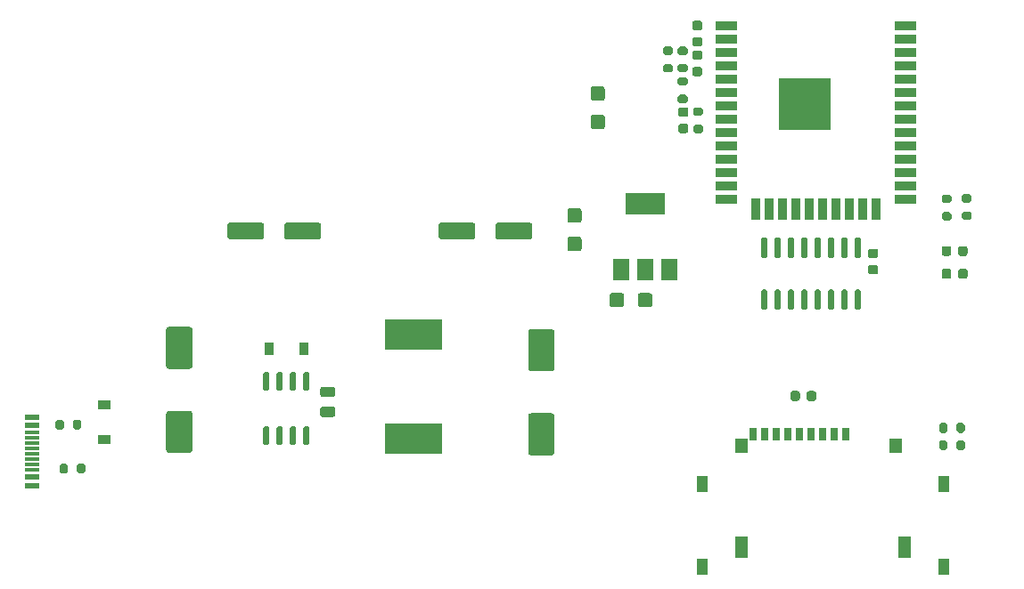
<source format=gtp>
G04 #@! TF.GenerationSoftware,KiCad,Pcbnew,(5.1.10)-1*
G04 #@! TF.CreationDate,2022-06-03T14:06:02+01:00*
G04 #@! TF.ProjectId,ESP32_Plotter_Controller_revB1,45535033-325f-4506-9c6f-747465725f43,rev?*
G04 #@! TF.SameCoordinates,Original*
G04 #@! TF.FileFunction,Paste,Top*
G04 #@! TF.FilePolarity,Positive*
%FSLAX46Y46*%
G04 Gerber Fmt 4.6, Leading zero omitted, Abs format (unit mm)*
G04 Created by KiCad (PCBNEW (5.1.10)-1) date 2022-06-03 14:06:02*
%MOMM*%
%LPD*%
G01*
G04 APERTURE LIST*
%ADD10R,2.000000X0.900000*%
%ADD11R,0.900000X2.000000*%
%ADD12R,5.000000X5.000000*%
%ADD13R,1.200000X0.900000*%
%ADD14R,0.900000X1.200000*%
%ADD15R,1.450000X0.600000*%
%ADD16R,1.450000X0.300000*%
%ADD17R,5.400000X2.900000*%
%ADD18R,1.500000X2.000000*%
%ADD19R,3.800000X2.000000*%
%ADD20R,1.000000X1.500000*%
%ADD21R,1.200000X2.000000*%
%ADD22R,1.200000X1.400000*%
%ADD23R,0.700000X1.300000*%
G04 APERTURE END LIST*
D10*
X116450000Y-70485000D03*
X116450000Y-71755000D03*
X116450000Y-73025000D03*
X116450000Y-74295000D03*
X116450000Y-75565000D03*
X116450000Y-76835000D03*
X116450000Y-78105000D03*
X116450000Y-79375000D03*
X116450000Y-80645000D03*
X116450000Y-81915000D03*
X116450000Y-83185000D03*
X116450000Y-84455000D03*
X116450000Y-85725000D03*
X116450000Y-86995000D03*
D11*
X113665000Y-87995000D03*
X112395000Y-87995000D03*
X111125000Y-87995000D03*
X109855000Y-87995000D03*
X108585000Y-87995000D03*
X107315000Y-87995000D03*
X106045000Y-87995000D03*
X104775000Y-87995000D03*
X103505000Y-87995000D03*
X102235000Y-87995000D03*
D10*
X99450000Y-86995000D03*
X99450000Y-85725000D03*
X99450000Y-84455000D03*
X99450000Y-83185000D03*
X99450000Y-81915000D03*
X99450000Y-80645000D03*
X99450000Y-79375000D03*
X99450000Y-78105000D03*
X99450000Y-76835000D03*
X99450000Y-75565000D03*
X99450000Y-74295000D03*
X99450000Y-73025000D03*
X99450000Y-71755000D03*
X99450000Y-70485000D03*
D12*
X106950000Y-77985000D03*
G36*
G01*
X59413000Y-108634000D02*
X59713000Y-108634000D01*
G75*
G02*
X59863000Y-108784000I0J-150000D01*
G01*
X59863000Y-110234000D01*
G75*
G02*
X59713000Y-110384000I-150000J0D01*
G01*
X59413000Y-110384000D01*
G75*
G02*
X59263000Y-110234000I0J150000D01*
G01*
X59263000Y-108784000D01*
G75*
G02*
X59413000Y-108634000I150000J0D01*
G01*
G37*
G36*
G01*
X58143000Y-108634000D02*
X58443000Y-108634000D01*
G75*
G02*
X58593000Y-108784000I0J-150000D01*
G01*
X58593000Y-110234000D01*
G75*
G02*
X58443000Y-110384000I-150000J0D01*
G01*
X58143000Y-110384000D01*
G75*
G02*
X57993000Y-110234000I0J150000D01*
G01*
X57993000Y-108784000D01*
G75*
G02*
X58143000Y-108634000I150000J0D01*
G01*
G37*
G36*
G01*
X56873000Y-108634000D02*
X57173000Y-108634000D01*
G75*
G02*
X57323000Y-108784000I0J-150000D01*
G01*
X57323000Y-110234000D01*
G75*
G02*
X57173000Y-110384000I-150000J0D01*
G01*
X56873000Y-110384000D01*
G75*
G02*
X56723000Y-110234000I0J150000D01*
G01*
X56723000Y-108784000D01*
G75*
G02*
X56873000Y-108634000I150000J0D01*
G01*
G37*
G36*
G01*
X55603000Y-108634000D02*
X55903000Y-108634000D01*
G75*
G02*
X56053000Y-108784000I0J-150000D01*
G01*
X56053000Y-110234000D01*
G75*
G02*
X55903000Y-110384000I-150000J0D01*
G01*
X55603000Y-110384000D01*
G75*
G02*
X55453000Y-110234000I0J150000D01*
G01*
X55453000Y-108784000D01*
G75*
G02*
X55603000Y-108634000I150000J0D01*
G01*
G37*
G36*
G01*
X55603000Y-103484000D02*
X55903000Y-103484000D01*
G75*
G02*
X56053000Y-103634000I0J-150000D01*
G01*
X56053000Y-105084000D01*
G75*
G02*
X55903000Y-105234000I-150000J0D01*
G01*
X55603000Y-105234000D01*
G75*
G02*
X55453000Y-105084000I0J150000D01*
G01*
X55453000Y-103634000D01*
G75*
G02*
X55603000Y-103484000I150000J0D01*
G01*
G37*
G36*
G01*
X56873000Y-103484000D02*
X57173000Y-103484000D01*
G75*
G02*
X57323000Y-103634000I0J-150000D01*
G01*
X57323000Y-105084000D01*
G75*
G02*
X57173000Y-105234000I-150000J0D01*
G01*
X56873000Y-105234000D01*
G75*
G02*
X56723000Y-105084000I0J150000D01*
G01*
X56723000Y-103634000D01*
G75*
G02*
X56873000Y-103484000I150000J0D01*
G01*
G37*
G36*
G01*
X58143000Y-103484000D02*
X58443000Y-103484000D01*
G75*
G02*
X58593000Y-103634000I0J-150000D01*
G01*
X58593000Y-105084000D01*
G75*
G02*
X58443000Y-105234000I-150000J0D01*
G01*
X58143000Y-105234000D01*
G75*
G02*
X57993000Y-105084000I0J150000D01*
G01*
X57993000Y-103634000D01*
G75*
G02*
X58143000Y-103484000I150000J0D01*
G01*
G37*
G36*
G01*
X59413000Y-103484000D02*
X59713000Y-103484000D01*
G75*
G02*
X59863000Y-103634000I0J-150000D01*
G01*
X59863000Y-105084000D01*
G75*
G02*
X59713000Y-105234000I-150000J0D01*
G01*
X59413000Y-105234000D01*
G75*
G02*
X59263000Y-105084000I0J150000D01*
G01*
X59263000Y-103634000D01*
G75*
G02*
X59413000Y-103484000I150000J0D01*
G01*
G37*
D13*
X40386000Y-106554000D03*
X40386000Y-109854000D03*
D14*
X56008000Y-101219000D03*
X59308000Y-101219000D03*
G36*
G01*
X85464201Y-89266000D02*
X84614199Y-89266000D01*
G75*
G02*
X84364200Y-89016001I0J249999D01*
G01*
X84364200Y-88115999D01*
G75*
G02*
X84614199Y-87866000I249999J0D01*
G01*
X85464201Y-87866000D01*
G75*
G02*
X85714200Y-88115999I0J-249999D01*
G01*
X85714200Y-89016001D01*
G75*
G02*
X85464201Y-89266000I-249999J0D01*
G01*
G37*
G36*
G01*
X85464201Y-91966000D02*
X84614199Y-91966000D01*
G75*
G02*
X84364200Y-91716001I0J249999D01*
G01*
X84364200Y-90815999D01*
G75*
G02*
X84614199Y-90566000I249999J0D01*
G01*
X85464201Y-90566000D01*
G75*
G02*
X85714200Y-90815999I0J-249999D01*
G01*
X85714200Y-91716001D01*
G75*
G02*
X85464201Y-91966000I-249999J0D01*
G01*
G37*
G36*
G01*
X89757500Y-96196599D02*
X89757500Y-97046601D01*
G75*
G02*
X89507501Y-97296600I-249999J0D01*
G01*
X88607499Y-97296600D01*
G75*
G02*
X88357500Y-97046601I0J249999D01*
G01*
X88357500Y-96196599D01*
G75*
G02*
X88607499Y-95946600I249999J0D01*
G01*
X89507501Y-95946600D01*
G75*
G02*
X89757500Y-96196599I0J-249999D01*
G01*
G37*
G36*
G01*
X92457500Y-96196599D02*
X92457500Y-97046601D01*
G75*
G02*
X92207501Y-97296600I-249999J0D01*
G01*
X91307499Y-97296600D01*
G75*
G02*
X91057500Y-97046601I0J249999D01*
G01*
X91057500Y-96196599D01*
G75*
G02*
X91307499Y-95946600I249999J0D01*
G01*
X92207501Y-95946600D01*
G75*
G02*
X92457500Y-96196599I0J-249999D01*
G01*
G37*
G36*
G01*
X111801000Y-95607000D02*
X112101000Y-95607000D01*
G75*
G02*
X112251000Y-95757000I0J-150000D01*
G01*
X112251000Y-97407000D01*
G75*
G02*
X112101000Y-97557000I-150000J0D01*
G01*
X111801000Y-97557000D01*
G75*
G02*
X111651000Y-97407000I0J150000D01*
G01*
X111651000Y-95757000D01*
G75*
G02*
X111801000Y-95607000I150000J0D01*
G01*
G37*
G36*
G01*
X110531000Y-95607000D02*
X110831000Y-95607000D01*
G75*
G02*
X110981000Y-95757000I0J-150000D01*
G01*
X110981000Y-97407000D01*
G75*
G02*
X110831000Y-97557000I-150000J0D01*
G01*
X110531000Y-97557000D01*
G75*
G02*
X110381000Y-97407000I0J150000D01*
G01*
X110381000Y-95757000D01*
G75*
G02*
X110531000Y-95607000I150000J0D01*
G01*
G37*
G36*
G01*
X109261000Y-95607000D02*
X109561000Y-95607000D01*
G75*
G02*
X109711000Y-95757000I0J-150000D01*
G01*
X109711000Y-97407000D01*
G75*
G02*
X109561000Y-97557000I-150000J0D01*
G01*
X109261000Y-97557000D01*
G75*
G02*
X109111000Y-97407000I0J150000D01*
G01*
X109111000Y-95757000D01*
G75*
G02*
X109261000Y-95607000I150000J0D01*
G01*
G37*
G36*
G01*
X107991000Y-95607000D02*
X108291000Y-95607000D01*
G75*
G02*
X108441000Y-95757000I0J-150000D01*
G01*
X108441000Y-97407000D01*
G75*
G02*
X108291000Y-97557000I-150000J0D01*
G01*
X107991000Y-97557000D01*
G75*
G02*
X107841000Y-97407000I0J150000D01*
G01*
X107841000Y-95757000D01*
G75*
G02*
X107991000Y-95607000I150000J0D01*
G01*
G37*
G36*
G01*
X106721000Y-95607000D02*
X107021000Y-95607000D01*
G75*
G02*
X107171000Y-95757000I0J-150000D01*
G01*
X107171000Y-97407000D01*
G75*
G02*
X107021000Y-97557000I-150000J0D01*
G01*
X106721000Y-97557000D01*
G75*
G02*
X106571000Y-97407000I0J150000D01*
G01*
X106571000Y-95757000D01*
G75*
G02*
X106721000Y-95607000I150000J0D01*
G01*
G37*
G36*
G01*
X105451000Y-95607000D02*
X105751000Y-95607000D01*
G75*
G02*
X105901000Y-95757000I0J-150000D01*
G01*
X105901000Y-97407000D01*
G75*
G02*
X105751000Y-97557000I-150000J0D01*
G01*
X105451000Y-97557000D01*
G75*
G02*
X105301000Y-97407000I0J150000D01*
G01*
X105301000Y-95757000D01*
G75*
G02*
X105451000Y-95607000I150000J0D01*
G01*
G37*
G36*
G01*
X104181000Y-95607000D02*
X104481000Y-95607000D01*
G75*
G02*
X104631000Y-95757000I0J-150000D01*
G01*
X104631000Y-97407000D01*
G75*
G02*
X104481000Y-97557000I-150000J0D01*
G01*
X104181000Y-97557000D01*
G75*
G02*
X104031000Y-97407000I0J150000D01*
G01*
X104031000Y-95757000D01*
G75*
G02*
X104181000Y-95607000I150000J0D01*
G01*
G37*
G36*
G01*
X102911000Y-95607000D02*
X103211000Y-95607000D01*
G75*
G02*
X103361000Y-95757000I0J-150000D01*
G01*
X103361000Y-97407000D01*
G75*
G02*
X103211000Y-97557000I-150000J0D01*
G01*
X102911000Y-97557000D01*
G75*
G02*
X102761000Y-97407000I0J150000D01*
G01*
X102761000Y-95757000D01*
G75*
G02*
X102911000Y-95607000I150000J0D01*
G01*
G37*
G36*
G01*
X102911000Y-90657000D02*
X103211000Y-90657000D01*
G75*
G02*
X103361000Y-90807000I0J-150000D01*
G01*
X103361000Y-92457000D01*
G75*
G02*
X103211000Y-92607000I-150000J0D01*
G01*
X102911000Y-92607000D01*
G75*
G02*
X102761000Y-92457000I0J150000D01*
G01*
X102761000Y-90807000D01*
G75*
G02*
X102911000Y-90657000I150000J0D01*
G01*
G37*
G36*
G01*
X104181000Y-90657000D02*
X104481000Y-90657000D01*
G75*
G02*
X104631000Y-90807000I0J-150000D01*
G01*
X104631000Y-92457000D01*
G75*
G02*
X104481000Y-92607000I-150000J0D01*
G01*
X104181000Y-92607000D01*
G75*
G02*
X104031000Y-92457000I0J150000D01*
G01*
X104031000Y-90807000D01*
G75*
G02*
X104181000Y-90657000I150000J0D01*
G01*
G37*
G36*
G01*
X105451000Y-90657000D02*
X105751000Y-90657000D01*
G75*
G02*
X105901000Y-90807000I0J-150000D01*
G01*
X105901000Y-92457000D01*
G75*
G02*
X105751000Y-92607000I-150000J0D01*
G01*
X105451000Y-92607000D01*
G75*
G02*
X105301000Y-92457000I0J150000D01*
G01*
X105301000Y-90807000D01*
G75*
G02*
X105451000Y-90657000I150000J0D01*
G01*
G37*
G36*
G01*
X106721000Y-90657000D02*
X107021000Y-90657000D01*
G75*
G02*
X107171000Y-90807000I0J-150000D01*
G01*
X107171000Y-92457000D01*
G75*
G02*
X107021000Y-92607000I-150000J0D01*
G01*
X106721000Y-92607000D01*
G75*
G02*
X106571000Y-92457000I0J150000D01*
G01*
X106571000Y-90807000D01*
G75*
G02*
X106721000Y-90657000I150000J0D01*
G01*
G37*
G36*
G01*
X107991000Y-90657000D02*
X108291000Y-90657000D01*
G75*
G02*
X108441000Y-90807000I0J-150000D01*
G01*
X108441000Y-92457000D01*
G75*
G02*
X108291000Y-92607000I-150000J0D01*
G01*
X107991000Y-92607000D01*
G75*
G02*
X107841000Y-92457000I0J150000D01*
G01*
X107841000Y-90807000D01*
G75*
G02*
X107991000Y-90657000I150000J0D01*
G01*
G37*
G36*
G01*
X109261000Y-90657000D02*
X109561000Y-90657000D01*
G75*
G02*
X109711000Y-90807000I0J-150000D01*
G01*
X109711000Y-92457000D01*
G75*
G02*
X109561000Y-92607000I-150000J0D01*
G01*
X109261000Y-92607000D01*
G75*
G02*
X109111000Y-92457000I0J150000D01*
G01*
X109111000Y-90807000D01*
G75*
G02*
X109261000Y-90657000I150000J0D01*
G01*
G37*
G36*
G01*
X110531000Y-90657000D02*
X110831000Y-90657000D01*
G75*
G02*
X110981000Y-90807000I0J-150000D01*
G01*
X110981000Y-92457000D01*
G75*
G02*
X110831000Y-92607000I-150000J0D01*
G01*
X110531000Y-92607000D01*
G75*
G02*
X110381000Y-92457000I0J150000D01*
G01*
X110381000Y-90807000D01*
G75*
G02*
X110531000Y-90657000I150000J0D01*
G01*
G37*
G36*
G01*
X111801000Y-90657000D02*
X112101000Y-90657000D01*
G75*
G02*
X112251000Y-90807000I0J-150000D01*
G01*
X112251000Y-92457000D01*
G75*
G02*
X112101000Y-92607000I-150000J0D01*
G01*
X111801000Y-92607000D01*
G75*
G02*
X111651000Y-92457000I0J150000D01*
G01*
X111651000Y-90807000D01*
G75*
G02*
X111801000Y-90657000I150000J0D01*
G01*
G37*
G36*
G01*
X93641500Y-72498000D02*
X94191500Y-72498000D01*
G75*
G02*
X94391500Y-72698000I0J-200000D01*
G01*
X94391500Y-73098000D01*
G75*
G02*
X94191500Y-73298000I-200000J0D01*
G01*
X93641500Y-73298000D01*
G75*
G02*
X93441500Y-73098000I0J200000D01*
G01*
X93441500Y-72698000D01*
G75*
G02*
X93641500Y-72498000I200000J0D01*
G01*
G37*
G36*
G01*
X93641500Y-74148000D02*
X94191500Y-74148000D01*
G75*
G02*
X94391500Y-74348000I0J-200000D01*
G01*
X94391500Y-74748000D01*
G75*
G02*
X94191500Y-74948000I-200000J0D01*
G01*
X93641500Y-74948000D01*
G75*
G02*
X93441500Y-74748000I0J200000D01*
G01*
X93441500Y-74348000D01*
G75*
G02*
X93641500Y-74148000I200000J0D01*
G01*
G37*
D15*
X33509000Y-114248000D03*
X33509000Y-113448000D03*
X33509000Y-108548000D03*
X33509000Y-107748000D03*
X33509000Y-107748000D03*
X33509000Y-108548000D03*
X33509000Y-113448000D03*
X33509000Y-114248000D03*
D16*
X33509000Y-109248000D03*
X33509000Y-109748000D03*
X33509000Y-110248000D03*
X33509000Y-111248000D03*
X33509000Y-111748000D03*
X33509000Y-112248000D03*
X33509000Y-112748000D03*
X33509000Y-110748000D03*
G36*
G01*
X46498000Y-107156000D02*
X48498000Y-107156000D01*
G75*
G02*
X48748000Y-107406000I0J-250000D01*
G01*
X48748000Y-110906000D01*
G75*
G02*
X48498000Y-111156000I-250000J0D01*
G01*
X46498000Y-111156000D01*
G75*
G02*
X46248000Y-110906000I0J250000D01*
G01*
X46248000Y-107406000D01*
G75*
G02*
X46498000Y-107156000I250000J0D01*
G01*
G37*
G36*
G01*
X46498000Y-99156000D02*
X48498000Y-99156000D01*
G75*
G02*
X48748000Y-99406000I0J-250000D01*
G01*
X48748000Y-102906000D01*
G75*
G02*
X48498000Y-103156000I-250000J0D01*
G01*
X46498000Y-103156000D01*
G75*
G02*
X46248000Y-102906000I0J250000D01*
G01*
X46248000Y-99406000D01*
G75*
G02*
X46498000Y-99156000I250000J0D01*
G01*
G37*
G36*
G01*
X61120000Y-106749000D02*
X62070000Y-106749000D01*
G75*
G02*
X62320000Y-106999000I0J-250000D01*
G01*
X62320000Y-107499000D01*
G75*
G02*
X62070000Y-107749000I-250000J0D01*
G01*
X61120000Y-107749000D01*
G75*
G02*
X60870000Y-107499000I0J250000D01*
G01*
X60870000Y-106999000D01*
G75*
G02*
X61120000Y-106749000I250000J0D01*
G01*
G37*
G36*
G01*
X61120000Y-104849000D02*
X62070000Y-104849000D01*
G75*
G02*
X62320000Y-105099000I0J-250000D01*
G01*
X62320000Y-105599000D01*
G75*
G02*
X62070000Y-105849000I-250000J0D01*
G01*
X61120000Y-105849000D01*
G75*
G02*
X60870000Y-105599000I0J250000D01*
G01*
X60870000Y-105099000D01*
G75*
G02*
X61120000Y-104849000I250000J0D01*
G01*
G37*
G36*
G01*
X77531000Y-90593000D02*
X77531000Y-89493000D01*
G75*
G02*
X77781000Y-89243000I250000J0D01*
G01*
X80781000Y-89243000D01*
G75*
G02*
X81031000Y-89493000I0J-250000D01*
G01*
X81031000Y-90593000D01*
G75*
G02*
X80781000Y-90843000I-250000J0D01*
G01*
X77781000Y-90843000D01*
G75*
G02*
X77531000Y-90593000I0J250000D01*
G01*
G37*
G36*
G01*
X72131000Y-90593000D02*
X72131000Y-89493000D01*
G75*
G02*
X72381000Y-89243000I250000J0D01*
G01*
X75381000Y-89243000D01*
G75*
G02*
X75631000Y-89493000I0J-250000D01*
G01*
X75631000Y-90593000D01*
G75*
G02*
X75381000Y-90843000I-250000J0D01*
G01*
X72381000Y-90843000D01*
G75*
G02*
X72131000Y-90593000I0J250000D01*
G01*
G37*
G36*
G01*
X57465000Y-90593000D02*
X57465000Y-89493000D01*
G75*
G02*
X57715000Y-89243000I250000J0D01*
G01*
X60715000Y-89243000D01*
G75*
G02*
X60965000Y-89493000I0J-250000D01*
G01*
X60965000Y-90593000D01*
G75*
G02*
X60715000Y-90843000I-250000J0D01*
G01*
X57715000Y-90843000D01*
G75*
G02*
X57465000Y-90593000I0J250000D01*
G01*
G37*
G36*
G01*
X52065000Y-90593000D02*
X52065000Y-89493000D01*
G75*
G02*
X52315000Y-89243000I250000J0D01*
G01*
X55315000Y-89243000D01*
G75*
G02*
X55565000Y-89493000I0J-250000D01*
G01*
X55565000Y-90593000D01*
G75*
G02*
X55315000Y-90843000I-250000J0D01*
G01*
X52315000Y-90843000D01*
G75*
G02*
X52065000Y-90593000I0J250000D01*
G01*
G37*
D17*
X69710300Y-109813900D03*
X69710300Y-99913900D03*
G36*
G01*
X95588500Y-73298000D02*
X95038500Y-73298000D01*
G75*
G02*
X94838500Y-73098000I0J200000D01*
G01*
X94838500Y-72698000D01*
G75*
G02*
X95038500Y-72498000I200000J0D01*
G01*
X95588500Y-72498000D01*
G75*
G02*
X95788500Y-72698000I0J-200000D01*
G01*
X95788500Y-73098000D01*
G75*
G02*
X95588500Y-73298000I-200000J0D01*
G01*
G37*
G36*
G01*
X95588500Y-74948000D02*
X95038500Y-74948000D01*
G75*
G02*
X94838500Y-74748000I0J200000D01*
G01*
X94838500Y-74348000D01*
G75*
G02*
X95038500Y-74148000I200000J0D01*
G01*
X95588500Y-74148000D01*
G75*
G02*
X95788500Y-74348000I0J-200000D01*
G01*
X95788500Y-74748000D01*
G75*
G02*
X95588500Y-74948000I-200000J0D01*
G01*
G37*
G36*
G01*
X96499000Y-79927000D02*
X97049000Y-79927000D01*
G75*
G02*
X97249000Y-80127000I0J-200000D01*
G01*
X97249000Y-80527000D01*
G75*
G02*
X97049000Y-80727000I-200000J0D01*
G01*
X96499000Y-80727000D01*
G75*
G02*
X96299000Y-80527000I0J200000D01*
G01*
X96299000Y-80127000D01*
G75*
G02*
X96499000Y-79927000I200000J0D01*
G01*
G37*
G36*
G01*
X96499000Y-78277000D02*
X97049000Y-78277000D01*
G75*
G02*
X97249000Y-78477000I0J-200000D01*
G01*
X97249000Y-78877000D01*
G75*
G02*
X97049000Y-79077000I-200000J0D01*
G01*
X96499000Y-79077000D01*
G75*
G02*
X96299000Y-78877000I0J200000D01*
G01*
X96299000Y-78477000D01*
G75*
G02*
X96499000Y-78277000I200000J0D01*
G01*
G37*
G36*
G01*
X120671000Y-87395000D02*
X120121000Y-87395000D01*
G75*
G02*
X119921000Y-87195000I0J200000D01*
G01*
X119921000Y-86795000D01*
G75*
G02*
X120121000Y-86595000I200000J0D01*
G01*
X120671000Y-86595000D01*
G75*
G02*
X120871000Y-86795000I0J-200000D01*
G01*
X120871000Y-87195000D01*
G75*
G02*
X120671000Y-87395000I-200000J0D01*
G01*
G37*
G36*
G01*
X120671000Y-89045000D02*
X120121000Y-89045000D01*
G75*
G02*
X119921000Y-88845000I0J200000D01*
G01*
X119921000Y-88445000D01*
G75*
G02*
X120121000Y-88245000I200000J0D01*
G01*
X120671000Y-88245000D01*
G75*
G02*
X120871000Y-88445000I0J-200000D01*
G01*
X120871000Y-88845000D01*
G75*
G02*
X120671000Y-89045000I-200000J0D01*
G01*
G37*
G36*
G01*
X122576000Y-87332000D02*
X122026000Y-87332000D01*
G75*
G02*
X121826000Y-87132000I0J200000D01*
G01*
X121826000Y-86732000D01*
G75*
G02*
X122026000Y-86532000I200000J0D01*
G01*
X122576000Y-86532000D01*
G75*
G02*
X122776000Y-86732000I0J-200000D01*
G01*
X122776000Y-87132000D01*
G75*
G02*
X122576000Y-87332000I-200000J0D01*
G01*
G37*
G36*
G01*
X122576000Y-88982000D02*
X122026000Y-88982000D01*
G75*
G02*
X121826000Y-88782000I0J200000D01*
G01*
X121826000Y-88382000D01*
G75*
G02*
X122026000Y-88182000I200000J0D01*
G01*
X122576000Y-88182000D01*
G75*
G02*
X122776000Y-88382000I0J-200000D01*
G01*
X122776000Y-88782000D01*
G75*
G02*
X122576000Y-88982000I-200000J0D01*
G01*
G37*
G36*
G01*
X95127000Y-79827000D02*
X95627000Y-79827000D01*
G75*
G02*
X95852000Y-80052000I0J-225000D01*
G01*
X95852000Y-80502000D01*
G75*
G02*
X95627000Y-80727000I-225000J0D01*
G01*
X95127000Y-80727000D01*
G75*
G02*
X94902000Y-80502000I0J225000D01*
G01*
X94902000Y-80052000D01*
G75*
G02*
X95127000Y-79827000I225000J0D01*
G01*
G37*
G36*
G01*
X95127000Y-78277000D02*
X95627000Y-78277000D01*
G75*
G02*
X95852000Y-78502000I0J-225000D01*
G01*
X95852000Y-78952000D01*
G75*
G02*
X95627000Y-79177000I-225000J0D01*
G01*
X95127000Y-79177000D01*
G75*
G02*
X94902000Y-78952000I0J225000D01*
G01*
X94902000Y-78502000D01*
G75*
G02*
X95127000Y-78277000I225000J0D01*
G01*
G37*
G36*
G01*
X96960500Y-73766500D02*
X96460500Y-73766500D01*
G75*
G02*
X96235500Y-73541500I0J225000D01*
G01*
X96235500Y-73091500D01*
G75*
G02*
X96460500Y-72866500I225000J0D01*
G01*
X96960500Y-72866500D01*
G75*
G02*
X97185500Y-73091500I0J-225000D01*
G01*
X97185500Y-73541500D01*
G75*
G02*
X96960500Y-73766500I-225000J0D01*
G01*
G37*
G36*
G01*
X96960500Y-75316500D02*
X96460500Y-75316500D01*
G75*
G02*
X96235500Y-75091500I0J225000D01*
G01*
X96235500Y-74641500D01*
G75*
G02*
X96460500Y-74416500I225000J0D01*
G01*
X96960500Y-74416500D01*
G75*
G02*
X97185500Y-74641500I0J-225000D01*
G01*
X97185500Y-75091500D01*
G75*
G02*
X96960500Y-75316500I-225000J0D01*
G01*
G37*
G36*
G01*
X121483000Y-92198000D02*
X121483000Y-91698000D01*
G75*
G02*
X121708000Y-91473000I225000J0D01*
G01*
X122158000Y-91473000D01*
G75*
G02*
X122383000Y-91698000I0J-225000D01*
G01*
X122383000Y-92198000D01*
G75*
G02*
X122158000Y-92423000I-225000J0D01*
G01*
X121708000Y-92423000D01*
G75*
G02*
X121483000Y-92198000I0J225000D01*
G01*
G37*
G36*
G01*
X119933000Y-92198000D02*
X119933000Y-91698000D01*
G75*
G02*
X120158000Y-91473000I225000J0D01*
G01*
X120608000Y-91473000D01*
G75*
G02*
X120833000Y-91698000I0J-225000D01*
G01*
X120833000Y-92198000D01*
G75*
G02*
X120608000Y-92423000I-225000J0D01*
G01*
X120158000Y-92423000D01*
G75*
G02*
X119933000Y-92198000I0J225000D01*
G01*
G37*
G36*
G01*
X120833000Y-93857000D02*
X120833000Y-94357000D01*
G75*
G02*
X120608000Y-94582000I-225000J0D01*
G01*
X120158000Y-94582000D01*
G75*
G02*
X119933000Y-94357000I0J225000D01*
G01*
X119933000Y-93857000D01*
G75*
G02*
X120158000Y-93632000I225000J0D01*
G01*
X120608000Y-93632000D01*
G75*
G02*
X120833000Y-93857000I0J-225000D01*
G01*
G37*
G36*
G01*
X122383000Y-93857000D02*
X122383000Y-94357000D01*
G75*
G02*
X122158000Y-94582000I-225000J0D01*
G01*
X121708000Y-94582000D01*
G75*
G02*
X121483000Y-94357000I0J225000D01*
G01*
X121483000Y-93857000D01*
G75*
G02*
X121708000Y-93632000I225000J0D01*
G01*
X122158000Y-93632000D01*
G75*
G02*
X122383000Y-93857000I0J-225000D01*
G01*
G37*
D18*
X89470200Y-93751800D03*
X94070200Y-93751800D03*
X91770200Y-93751800D03*
D19*
X91770200Y-87451800D03*
D20*
X97155000Y-122022000D03*
X97155000Y-114122000D03*
X120142000Y-122022000D03*
X120142000Y-114122000D03*
G36*
G01*
X37763000Y-112924000D02*
X37763000Y-112374000D01*
G75*
G02*
X37963000Y-112174000I200000J0D01*
G01*
X38363000Y-112174000D01*
G75*
G02*
X38563000Y-112374000I0J-200000D01*
G01*
X38563000Y-112924000D01*
G75*
G02*
X38363000Y-113124000I-200000J0D01*
G01*
X37963000Y-113124000D01*
G75*
G02*
X37763000Y-112924000I0J200000D01*
G01*
G37*
G36*
G01*
X36113000Y-112924000D02*
X36113000Y-112374000D01*
G75*
G02*
X36313000Y-112174000I200000J0D01*
G01*
X36713000Y-112174000D01*
G75*
G02*
X36913000Y-112374000I0J-200000D01*
G01*
X36913000Y-112924000D01*
G75*
G02*
X36713000Y-113124000I-200000J0D01*
G01*
X36313000Y-113124000D01*
G75*
G02*
X36113000Y-112924000I0J200000D01*
G01*
G37*
G36*
G01*
X37382000Y-108733000D02*
X37382000Y-108183000D01*
G75*
G02*
X37582000Y-107983000I200000J0D01*
G01*
X37982000Y-107983000D01*
G75*
G02*
X38182000Y-108183000I0J-200000D01*
G01*
X38182000Y-108733000D01*
G75*
G02*
X37982000Y-108933000I-200000J0D01*
G01*
X37582000Y-108933000D01*
G75*
G02*
X37382000Y-108733000I0J200000D01*
G01*
G37*
G36*
G01*
X35732000Y-108733000D02*
X35732000Y-108183000D01*
G75*
G02*
X35932000Y-107983000I200000J0D01*
G01*
X36332000Y-107983000D01*
G75*
G02*
X36532000Y-108183000I0J-200000D01*
G01*
X36532000Y-108733000D01*
G75*
G02*
X36332000Y-108933000I-200000J0D01*
G01*
X35932000Y-108933000D01*
G75*
G02*
X35732000Y-108733000I0J200000D01*
G01*
G37*
D21*
X116430000Y-120162000D03*
X100930000Y-120162000D03*
D22*
X115530000Y-110462000D03*
X100930000Y-110437000D03*
D23*
X110830000Y-109362000D03*
X109730000Y-109362000D03*
X108630000Y-109362000D03*
X107530000Y-109362000D03*
X106430000Y-109362000D03*
X105330000Y-109362000D03*
X104230000Y-109362000D03*
X103130000Y-109362000D03*
X102030000Y-109362000D03*
G36*
G01*
X120479500Y-110151500D02*
X120479500Y-110701500D01*
G75*
G02*
X120279500Y-110901500I-200000J0D01*
G01*
X119879500Y-110901500D01*
G75*
G02*
X119679500Y-110701500I0J200000D01*
G01*
X119679500Y-110151500D01*
G75*
G02*
X119879500Y-109951500I200000J0D01*
G01*
X120279500Y-109951500D01*
G75*
G02*
X120479500Y-110151500I0J-200000D01*
G01*
G37*
G36*
G01*
X122129500Y-110151500D02*
X122129500Y-110701500D01*
G75*
G02*
X121929500Y-110901500I-200000J0D01*
G01*
X121529500Y-110901500D01*
G75*
G02*
X121329500Y-110701500I0J200000D01*
G01*
X121329500Y-110151500D01*
G75*
G02*
X121529500Y-109951500I200000J0D01*
G01*
X121929500Y-109951500D01*
G75*
G02*
X122129500Y-110151500I0J-200000D01*
G01*
G37*
G36*
G01*
X121328500Y-109050500D02*
X121328500Y-108500500D01*
G75*
G02*
X121528500Y-108300500I200000J0D01*
G01*
X121928500Y-108300500D01*
G75*
G02*
X122128500Y-108500500I0J-200000D01*
G01*
X122128500Y-109050500D01*
G75*
G02*
X121928500Y-109250500I-200000J0D01*
G01*
X121528500Y-109250500D01*
G75*
G02*
X121328500Y-109050500I0J200000D01*
G01*
G37*
G36*
G01*
X119678500Y-109050500D02*
X119678500Y-108500500D01*
G75*
G02*
X119878500Y-108300500I200000J0D01*
G01*
X120278500Y-108300500D01*
G75*
G02*
X120478500Y-108500500I0J-200000D01*
G01*
X120478500Y-109050500D01*
G75*
G02*
X120278500Y-109250500I-200000J0D01*
G01*
X119878500Y-109250500D01*
G75*
G02*
X119678500Y-109050500I0J200000D01*
G01*
G37*
G36*
G01*
X95038500Y-77070000D02*
X95588500Y-77070000D01*
G75*
G02*
X95788500Y-77270000I0J-200000D01*
G01*
X95788500Y-77670000D01*
G75*
G02*
X95588500Y-77870000I-200000J0D01*
G01*
X95038500Y-77870000D01*
G75*
G02*
X94838500Y-77670000I0J200000D01*
G01*
X94838500Y-77270000D01*
G75*
G02*
X95038500Y-77070000I200000J0D01*
G01*
G37*
G36*
G01*
X95038500Y-75420000D02*
X95588500Y-75420000D01*
G75*
G02*
X95788500Y-75620000I0J-200000D01*
G01*
X95788500Y-76020000D01*
G75*
G02*
X95588500Y-76220000I-200000J0D01*
G01*
X95038500Y-76220000D01*
G75*
G02*
X94838500Y-76020000I0J200000D01*
G01*
X94838500Y-75620000D01*
G75*
G02*
X95038500Y-75420000I200000J0D01*
G01*
G37*
G36*
G01*
X96960500Y-70935000D02*
X96460500Y-70935000D01*
G75*
G02*
X96235500Y-70710000I0J225000D01*
G01*
X96235500Y-70260000D01*
G75*
G02*
X96460500Y-70035000I225000J0D01*
G01*
X96960500Y-70035000D01*
G75*
G02*
X97185500Y-70260000I0J-225000D01*
G01*
X97185500Y-70710000D01*
G75*
G02*
X96960500Y-70935000I-225000J0D01*
G01*
G37*
G36*
G01*
X96960500Y-72485000D02*
X96460500Y-72485000D01*
G75*
G02*
X96235500Y-72260000I0J225000D01*
G01*
X96235500Y-71810000D01*
G75*
G02*
X96460500Y-71585000I225000J0D01*
G01*
X96960500Y-71585000D01*
G75*
G02*
X97185500Y-71810000I0J-225000D01*
G01*
X97185500Y-72260000D01*
G75*
G02*
X96960500Y-72485000I-225000J0D01*
G01*
G37*
G36*
G01*
X113661000Y-94176600D02*
X113161000Y-94176600D01*
G75*
G02*
X112936000Y-93951600I0J225000D01*
G01*
X112936000Y-93501600D01*
G75*
G02*
X113161000Y-93276600I225000J0D01*
G01*
X113661000Y-93276600D01*
G75*
G02*
X113886000Y-93501600I0J-225000D01*
G01*
X113886000Y-93951600D01*
G75*
G02*
X113661000Y-94176600I-225000J0D01*
G01*
G37*
G36*
G01*
X113661000Y-92626600D02*
X113161000Y-92626600D01*
G75*
G02*
X112936000Y-92401600I0J225000D01*
G01*
X112936000Y-91951600D01*
G75*
G02*
X113161000Y-91726600I225000J0D01*
G01*
X113661000Y-91726600D01*
G75*
G02*
X113886000Y-91951600I0J-225000D01*
G01*
X113886000Y-92401600D01*
G75*
G02*
X113661000Y-92626600I-225000J0D01*
G01*
G37*
G36*
G01*
X108006600Y-105490200D02*
X108006600Y-105990200D01*
G75*
G02*
X107781600Y-106215200I-225000J0D01*
G01*
X107331600Y-106215200D01*
G75*
G02*
X107106600Y-105990200I0J225000D01*
G01*
X107106600Y-105490200D01*
G75*
G02*
X107331600Y-105265200I225000J0D01*
G01*
X107781600Y-105265200D01*
G75*
G02*
X108006600Y-105490200I0J-225000D01*
G01*
G37*
G36*
G01*
X106456600Y-105490200D02*
X106456600Y-105990200D01*
G75*
G02*
X106231600Y-106215200I-225000J0D01*
G01*
X105781600Y-106215200D01*
G75*
G02*
X105556600Y-105990200I0J225000D01*
G01*
X105556600Y-105490200D01*
G75*
G02*
X105781600Y-105265200I225000J0D01*
G01*
X106231600Y-105265200D01*
G75*
G02*
X106456600Y-105490200I0J-225000D01*
G01*
G37*
G36*
G01*
X87674001Y-80362000D02*
X86823999Y-80362000D01*
G75*
G02*
X86574000Y-80112001I0J249999D01*
G01*
X86574000Y-79211999D01*
G75*
G02*
X86823999Y-78962000I249999J0D01*
G01*
X87674001Y-78962000D01*
G75*
G02*
X87924000Y-79211999I0J-249999D01*
G01*
X87924000Y-80112001D01*
G75*
G02*
X87674001Y-80362000I-249999J0D01*
G01*
G37*
G36*
G01*
X87674001Y-77662000D02*
X86823999Y-77662000D01*
G75*
G02*
X86574000Y-77412001I0J249999D01*
G01*
X86574000Y-76511999D01*
G75*
G02*
X86823999Y-76262000I249999J0D01*
G01*
X87674001Y-76262000D01*
G75*
G02*
X87924000Y-76511999I0J-249999D01*
G01*
X87924000Y-77412001D01*
G75*
G02*
X87674001Y-77662000I-249999J0D01*
G01*
G37*
G36*
G01*
X82889600Y-111384600D02*
X80889600Y-111384600D01*
G75*
G02*
X80639600Y-111134600I0J250000D01*
G01*
X80639600Y-107634600D01*
G75*
G02*
X80889600Y-107384600I250000J0D01*
G01*
X82889600Y-107384600D01*
G75*
G02*
X83139600Y-107634600I0J-250000D01*
G01*
X83139600Y-111134600D01*
G75*
G02*
X82889600Y-111384600I-250000J0D01*
G01*
G37*
G36*
G01*
X82889600Y-103384600D02*
X80889600Y-103384600D01*
G75*
G02*
X80639600Y-103134600I0J250000D01*
G01*
X80639600Y-99634600D01*
G75*
G02*
X80889600Y-99384600I250000J0D01*
G01*
X82889600Y-99384600D01*
G75*
G02*
X83139600Y-99634600I0J-250000D01*
G01*
X83139600Y-103134600D01*
G75*
G02*
X82889600Y-103384600I-250000J0D01*
G01*
G37*
M02*

</source>
